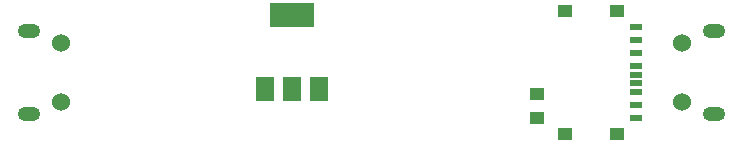
<source format=gbp>
G04 #@! TF.GenerationSoftware,KiCad,Pcbnew,(5.1.5)-3*
G04 #@! TF.CreationDate,2020-05-12T20:49:58+02:00*
G04 #@! TF.ProjectId,TinyK22,54696e79-4b32-4322-9e6b-696361645f70,1.0*
G04 #@! TF.SameCoordinates,Original*
G04 #@! TF.FileFunction,Paste,Bot*
G04 #@! TF.FilePolarity,Positive*
%FSLAX46Y46*%
G04 Gerber Fmt 4.6, Leading zero omitted, Abs format (unit mm)*
G04 Created by KiCad (PCBNEW (5.1.5)-3) date 2020-05-12 20:49:58*
%MOMM*%
%LPD*%
G04 APERTURE LIST*
%ADD10C,1.524000*%
%ADD11O,1.900000X1.200000*%
%ADD12R,1.000000X0.500000*%
%ADD13R,1.200000X1.050000*%
%ADD14R,1.500000X2.000000*%
%ADD15R,3.800000X2.000000*%
%ADD16R,1.250000X1.000000*%
G04 APERTURE END LIST*
D10*
X4700000Y-7750000D03*
X4700000Y-12750000D03*
D11*
X2000000Y-6750000D03*
X2000000Y-13750000D03*
D10*
X57300000Y-12750000D03*
X57300000Y-7750000D03*
D11*
X60000000Y-13750000D03*
X60000000Y-6750000D03*
D12*
X53430000Y-6400000D03*
X53430000Y-7500000D03*
X53430000Y-8600000D03*
X53430000Y-9700000D03*
X53430000Y-11150000D03*
X53430000Y-11900000D03*
X53430000Y-13000000D03*
X53430000Y-14100000D03*
X53430000Y-10450000D03*
D13*
X47370000Y-5025000D03*
X47370000Y-15475000D03*
X51820000Y-15475000D03*
X51820000Y-5025000D03*
D14*
X26550000Y-11650000D03*
X21950000Y-11650000D03*
X24250000Y-11650000D03*
D15*
X24250000Y-5350000D03*
D16*
X45000000Y-14050000D03*
X45000000Y-12050000D03*
M02*

</source>
